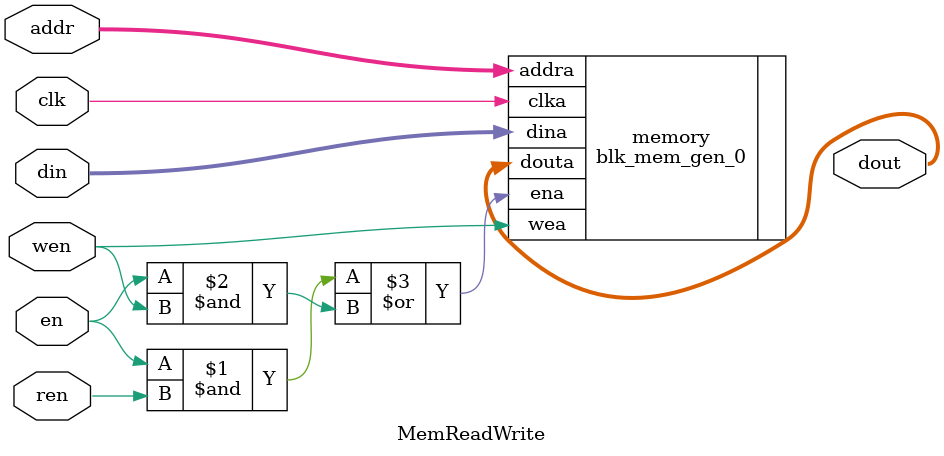
<source format=v>
`timescale 1ns / 1ps

module MemReadWrite(
input clk,
input en,
input ren,
input wen,
input [15:0] addr,
input [31:0] din,
output [31:0] dout); 

blk_mem_gen_0 memory(.clka(clk), .ena((en & ren) | (en & wen)), .wea(wen), .addra(addr), .dina(din), .douta(dout));

endmodule

</source>
